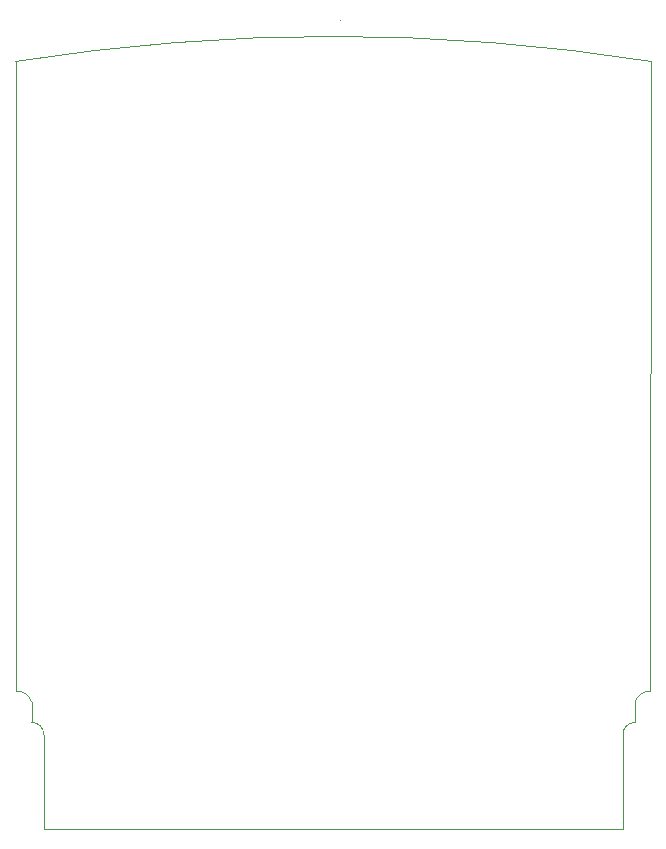
<source format=gbr>
%TF.GenerationSoftware,KiCad,Pcbnew,(6.0.2)*%
%TF.CreationDate,2022-08-25T07:28:03-05:00*%
%TF.ProjectId,REF1714,52454631-3731-4342-9e6b-696361645f70,rev?*%
%TF.SameCoordinates,Original*%
%TF.FileFunction,Profile,NP*%
%FSLAX46Y46*%
G04 Gerber Fmt 4.6, Leading zero omitted, Abs format (unit mm)*
G04 Created by KiCad (PCBNEW (6.0.2)) date 2022-08-25 07:28:03*
%MOMM*%
%LPD*%
G01*
G04 APERTURE LIST*
%TA.AperFunction,Profile*%
%ADD10C,0.100000*%
%TD*%
%TA.AperFunction,Profile*%
%ADD11C,0.002000*%
%TD*%
G04 APERTURE END LIST*
D10*
X151640001Y-61980000D02*
G75*
G03*
X151640001Y-61980000I-1J0D01*
G01*
D11*
X177877100Y-65431900D02*
G75*
G03*
X124127100Y-65431900I-26875000J-169682072D01*
G01*
X125452100Y-119665000D02*
G75*
G03*
X124157100Y-118731900I-1279158J-410095D01*
G01*
X177847100Y-118731900D02*
G75*
G03*
X176552100Y-119665000I-15842J-1343195D01*
G01*
X176552100Y-121401900D02*
G75*
G03*
X175527100Y-122453000I-26687J-999300D01*
G01*
X126477100Y-122453000D02*
G75*
G03*
X125452100Y-121401900I-983222J66517D01*
G01*
X125452100Y-121401900D02*
X125452100Y-119665000D01*
X176552100Y-121401900D02*
X176552100Y-119665000D01*
X175527100Y-130401900D02*
X175527100Y-122453000D01*
X126477100Y-130401900D02*
X126477100Y-122453000D01*
X124157100Y-118731900D02*
X124127100Y-65431900D01*
X177877100Y-65431900D02*
X177847100Y-118731900D01*
X175527100Y-130401900D02*
X126477100Y-130401900D01*
M02*

</source>
